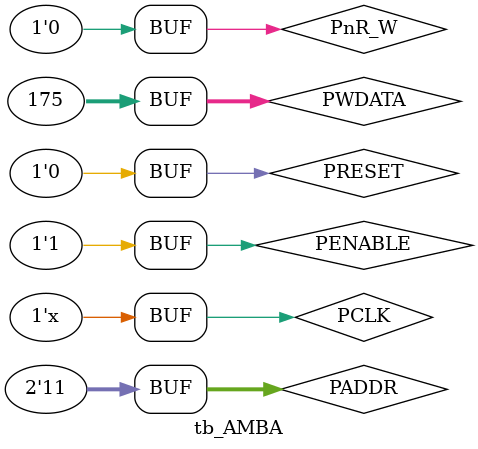
<source format=sv>
`timescale 1ns / 1ps


 
module tb_AMBA();

    parameter DATA_WIDTH = 32 ;
    parameter ADDR_WIDTH =  2 ; 

    reg                   PCLK    ;
    reg                   PRESET  ;    
    reg                   PENABLE ;    
    reg                   PnR_W   ;    
    reg  [DATA_WIDTH-1:0] PWDATA  ;
    reg  [ADDR_WIDTH-1:0] PADDR   ; 
    reg                   PREADY  ;    
    reg  [DATA_WIDTH-1:0] PRDATA  ;


initial begin
   PCLK    	= 1'b1 	;
   PRESET 	= 1'b1 	;
   PENABLE 	= 1'b0 	;
   PnR_W   	= 1'b0 	;
   PWDATA  	=  'b0 	;
   PWDATA  	=  'b0 	;    
   PADDR        =    0  ;

   #5   PRESET  = 1'b0 	;
   #5   PENABLE = 1'b1	;
   #5   PENABLE = 1'b0  ;
   #40  PADDR   =    1  ;
        PENABLE = 1'b1  ;
   #5   PENABLE = 1'b0  ;
   #40  PADDR   =    2  ;
        PENABLE = 1'b1  ;	   
   #5   PENABLE = 1'b0  ;
   #40  PADDR   =    3  ;
        PENABLE = 1'b1  ;
   #5   PENABLE = 1'b0  ;
   #40  PADDR   =    0  ;
        PENABLE = 1'b1  ;
   #5   PENABLE = 1'b0  ;
	PnR_W   = 1'b1  ;
   #40  PADDR   =    0  ;
        PWDATA  =  'h35 ;
        PENABLE = 1'b1  ;
   #5   PENABLE = 1'b0  ;  
   #40  PADDR   =    1  ;
        PWDATA  =  'h72 ;
        PENABLE = 1'b1  ;
   #5   PENABLE = 1'b0  ;
   #40  PADDR   =    2  ;
        PWDATA  =  'h00 ;
        PENABLE = 1'b1  ;	   
   #5   PENABLE = 1'b0  ;
   #40  PADDR   =    3  ;
        PWDATA  =  'hAF ;
        PENABLE = 1'b1  ;
   #5   PENABLE = 1'b0  ;
	PnR_W   = 1'b0  ;
   #40  PADDR   =    2  ;
        PENABLE = 1'b1  ;
   #5   PENABLE = 1'b0  ;
   #40  PADDR   =    3  ;
        PENABLE = 1'b1  ;


end
 

always #1  PCLK = ~PCLK ;


 
AMBA #() cpu(
    .PCLK    (PCLK   ),
    .PRESET (PRESET),
    .PENABLE (PENABLE),
    .PnR_W   (PnR_W  ),
    .PWDATA  (PWDATA ),
    .PADDR   (PADDR  ),
    .PREADY  (PREADY ),
    .PRDATA  (PRDATA )
) ;


endmodule


</source>
